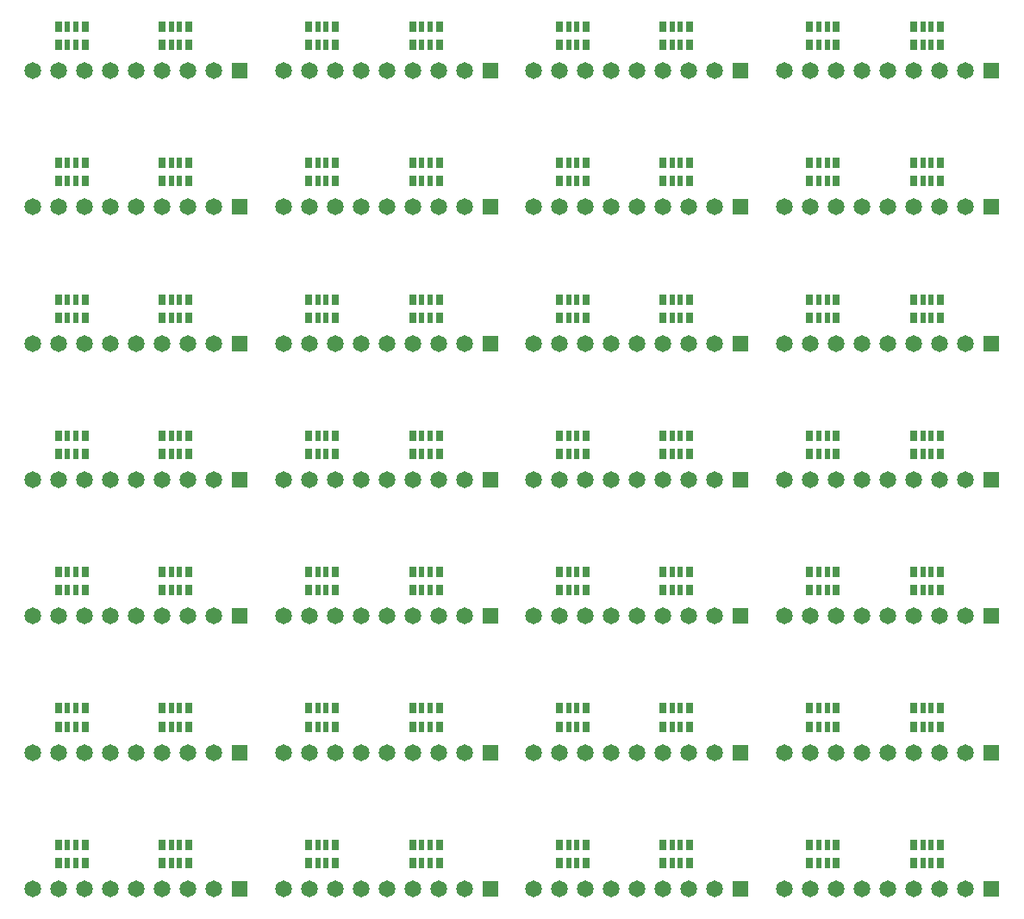
<source format=gbs>
G04 (created by PCBNEW (2013-03-08 BZR 3989)-testing) date Sat 09 Mar 2013 07:20:18 PM CET*
%MOIN*%
G04 Gerber Fmt 3.4, Leading zero omitted, Abs format*
%FSLAX34Y34*%
G01*
G70*
G90*
G04 APERTURE LIST*
%ADD10C,0.006*%
%ADD11R,0.0255906X0.0393701*%
%ADD12R,0.019685X0.0393701*%
%ADD13R,0.0649606X0.0649606*%
%ADD14C,0.0649606*%
G04 APERTURE END LIST*
G54D10*
G54D11*
X44419Y-29429D03*
G54D12*
X44055Y-29429D03*
X43740Y-29429D03*
G54D11*
X43375Y-29429D03*
X44419Y-30137D03*
G54D12*
X44055Y-30137D03*
X43740Y-30137D03*
G54D11*
X43375Y-30137D03*
X40403Y-29429D03*
G54D12*
X40039Y-29429D03*
X39724Y-29429D03*
G54D11*
X39360Y-29429D03*
X40403Y-30137D03*
G54D12*
X40039Y-30137D03*
X39724Y-30137D03*
G54D11*
X39360Y-30137D03*
G54D13*
X46377Y-31137D03*
G54D14*
X45377Y-31137D03*
X44377Y-31137D03*
X43377Y-31137D03*
X42377Y-31137D03*
X41377Y-31137D03*
X40377Y-31137D03*
X39377Y-31137D03*
X38377Y-31137D03*
G54D13*
X36692Y-31137D03*
G54D14*
X35692Y-31137D03*
X34692Y-31137D03*
X33692Y-31137D03*
X32692Y-31137D03*
X31692Y-31137D03*
X30692Y-31137D03*
X29692Y-31137D03*
X28692Y-31137D03*
G54D11*
X30718Y-29429D03*
G54D12*
X30354Y-29429D03*
X30039Y-29429D03*
G54D11*
X29675Y-29429D03*
X30718Y-30137D03*
G54D12*
X30354Y-30137D03*
X30039Y-30137D03*
G54D11*
X29675Y-30137D03*
X34734Y-29429D03*
G54D12*
X34370Y-29429D03*
X34055Y-29429D03*
G54D11*
X33690Y-29429D03*
X34734Y-30137D03*
G54D12*
X34370Y-30137D03*
X34055Y-30137D03*
G54D11*
X33690Y-30137D03*
X54104Y-29429D03*
G54D12*
X53740Y-29429D03*
X53425Y-29429D03*
G54D11*
X53061Y-29429D03*
X54104Y-30137D03*
G54D12*
X53740Y-30137D03*
X53425Y-30137D03*
G54D11*
X53061Y-30137D03*
X50088Y-29429D03*
G54D12*
X49724Y-29429D03*
X49409Y-29429D03*
G54D11*
X49045Y-29429D03*
X50088Y-30137D03*
G54D12*
X49724Y-30137D03*
X49409Y-30137D03*
G54D11*
X49045Y-30137D03*
G54D13*
X56062Y-31137D03*
G54D14*
X55062Y-31137D03*
X54062Y-31137D03*
X53062Y-31137D03*
X52062Y-31137D03*
X51062Y-31137D03*
X50062Y-31137D03*
X49062Y-31137D03*
X48062Y-31137D03*
G54D13*
X65748Y-31137D03*
G54D14*
X64748Y-31137D03*
X63748Y-31137D03*
X62748Y-31137D03*
X61748Y-31137D03*
X60748Y-31137D03*
X59748Y-31137D03*
X58748Y-31137D03*
X57748Y-31137D03*
G54D11*
X59773Y-29429D03*
G54D12*
X59409Y-29429D03*
X59094Y-29429D03*
G54D11*
X58730Y-29429D03*
X59773Y-30137D03*
G54D12*
X59409Y-30137D03*
X59094Y-30137D03*
G54D11*
X58730Y-30137D03*
X63789Y-29429D03*
G54D12*
X63425Y-29429D03*
X63110Y-29429D03*
G54D11*
X62746Y-29429D03*
X63789Y-30137D03*
G54D12*
X63425Y-30137D03*
X63110Y-30137D03*
G54D11*
X62746Y-30137D03*
X63789Y-34704D03*
G54D12*
X63425Y-34704D03*
X63110Y-34704D03*
G54D11*
X62746Y-34704D03*
X63789Y-35413D03*
G54D12*
X63425Y-35413D03*
X63110Y-35413D03*
G54D11*
X62746Y-35413D03*
X59773Y-34704D03*
G54D12*
X59409Y-34704D03*
X59094Y-34704D03*
G54D11*
X58730Y-34704D03*
X59773Y-35413D03*
G54D12*
X59409Y-35413D03*
X59094Y-35413D03*
G54D11*
X58730Y-35413D03*
G54D13*
X65748Y-36413D03*
G54D14*
X64748Y-36413D03*
X63748Y-36413D03*
X62748Y-36413D03*
X61748Y-36413D03*
X60748Y-36413D03*
X59748Y-36413D03*
X58748Y-36413D03*
X57748Y-36413D03*
G54D13*
X56062Y-36413D03*
G54D14*
X55062Y-36413D03*
X54062Y-36413D03*
X53062Y-36413D03*
X52062Y-36413D03*
X51062Y-36413D03*
X50062Y-36413D03*
X49062Y-36413D03*
X48062Y-36413D03*
G54D11*
X50088Y-34704D03*
G54D12*
X49724Y-34704D03*
X49409Y-34704D03*
G54D11*
X49045Y-34704D03*
X50088Y-35413D03*
G54D12*
X49724Y-35413D03*
X49409Y-35413D03*
G54D11*
X49045Y-35413D03*
X54104Y-34704D03*
G54D12*
X53740Y-34704D03*
X53425Y-34704D03*
G54D11*
X53061Y-34704D03*
X54104Y-35413D03*
G54D12*
X53740Y-35413D03*
X53425Y-35413D03*
G54D11*
X53061Y-35413D03*
X34734Y-34704D03*
G54D12*
X34370Y-34704D03*
X34055Y-34704D03*
G54D11*
X33690Y-34704D03*
X34734Y-35413D03*
G54D12*
X34370Y-35413D03*
X34055Y-35413D03*
G54D11*
X33690Y-35413D03*
X30718Y-34704D03*
G54D12*
X30354Y-34704D03*
X30039Y-34704D03*
G54D11*
X29675Y-34704D03*
X30718Y-35413D03*
G54D12*
X30354Y-35413D03*
X30039Y-35413D03*
G54D11*
X29675Y-35413D03*
G54D13*
X36692Y-36413D03*
G54D14*
X35692Y-36413D03*
X34692Y-36413D03*
X33692Y-36413D03*
X32692Y-36413D03*
X31692Y-36413D03*
X30692Y-36413D03*
X29692Y-36413D03*
X28692Y-36413D03*
G54D13*
X46377Y-36413D03*
G54D14*
X45377Y-36413D03*
X44377Y-36413D03*
X43377Y-36413D03*
X42377Y-36413D03*
X41377Y-36413D03*
X40377Y-36413D03*
X39377Y-36413D03*
X38377Y-36413D03*
G54D11*
X40403Y-34704D03*
G54D12*
X40039Y-34704D03*
X39724Y-34704D03*
G54D11*
X39360Y-34704D03*
X40403Y-35413D03*
G54D12*
X40039Y-35413D03*
X39724Y-35413D03*
G54D11*
X39360Y-35413D03*
X44419Y-34704D03*
G54D12*
X44055Y-34704D03*
X43740Y-34704D03*
G54D11*
X43375Y-34704D03*
X44419Y-35413D03*
G54D12*
X44055Y-35413D03*
X43740Y-35413D03*
G54D11*
X43375Y-35413D03*
X44419Y-24153D03*
G54D12*
X44055Y-24153D03*
X43740Y-24153D03*
G54D11*
X43375Y-24153D03*
X44419Y-24862D03*
G54D12*
X44055Y-24862D03*
X43740Y-24862D03*
G54D11*
X43375Y-24862D03*
X40403Y-24153D03*
G54D12*
X40039Y-24153D03*
X39724Y-24153D03*
G54D11*
X39360Y-24153D03*
X40403Y-24862D03*
G54D12*
X40039Y-24862D03*
X39724Y-24862D03*
G54D11*
X39360Y-24862D03*
G54D13*
X46377Y-25862D03*
G54D14*
X45377Y-25862D03*
X44377Y-25862D03*
X43377Y-25862D03*
X42377Y-25862D03*
X41377Y-25862D03*
X40377Y-25862D03*
X39377Y-25862D03*
X38377Y-25862D03*
G54D13*
X36692Y-25862D03*
G54D14*
X35692Y-25862D03*
X34692Y-25862D03*
X33692Y-25862D03*
X32692Y-25862D03*
X31692Y-25862D03*
X30692Y-25862D03*
X29692Y-25862D03*
X28692Y-25862D03*
G54D11*
X30718Y-24153D03*
G54D12*
X30354Y-24153D03*
X30039Y-24153D03*
G54D11*
X29675Y-24153D03*
X30718Y-24862D03*
G54D12*
X30354Y-24862D03*
X30039Y-24862D03*
G54D11*
X29675Y-24862D03*
X34734Y-24153D03*
G54D12*
X34370Y-24153D03*
X34055Y-24153D03*
G54D11*
X33690Y-24153D03*
X34734Y-24862D03*
G54D12*
X34370Y-24862D03*
X34055Y-24862D03*
G54D11*
X33690Y-24862D03*
X54104Y-24153D03*
G54D12*
X53740Y-24153D03*
X53425Y-24153D03*
G54D11*
X53061Y-24153D03*
X54104Y-24862D03*
G54D12*
X53740Y-24862D03*
X53425Y-24862D03*
G54D11*
X53061Y-24862D03*
X50088Y-24153D03*
G54D12*
X49724Y-24153D03*
X49409Y-24153D03*
G54D11*
X49045Y-24153D03*
X50088Y-24862D03*
G54D12*
X49724Y-24862D03*
X49409Y-24862D03*
G54D11*
X49045Y-24862D03*
G54D13*
X56062Y-25862D03*
G54D14*
X55062Y-25862D03*
X54062Y-25862D03*
X53062Y-25862D03*
X52062Y-25862D03*
X51062Y-25862D03*
X50062Y-25862D03*
X49062Y-25862D03*
X48062Y-25862D03*
G54D13*
X65748Y-25862D03*
G54D14*
X64748Y-25862D03*
X63748Y-25862D03*
X62748Y-25862D03*
X61748Y-25862D03*
X60748Y-25862D03*
X59748Y-25862D03*
X58748Y-25862D03*
X57748Y-25862D03*
G54D11*
X59773Y-24153D03*
G54D12*
X59409Y-24153D03*
X59094Y-24153D03*
G54D11*
X58730Y-24153D03*
X59773Y-24862D03*
G54D12*
X59409Y-24862D03*
X59094Y-24862D03*
G54D11*
X58730Y-24862D03*
X63789Y-24153D03*
G54D12*
X63425Y-24153D03*
X63110Y-24153D03*
G54D11*
X62746Y-24153D03*
X63789Y-24862D03*
G54D12*
X63425Y-24862D03*
X63110Y-24862D03*
G54D11*
X62746Y-24862D03*
X44419Y-39980D03*
G54D12*
X44055Y-39980D03*
X43740Y-39980D03*
G54D11*
X43375Y-39980D03*
X44419Y-40688D03*
G54D12*
X44055Y-40688D03*
X43740Y-40688D03*
G54D11*
X43375Y-40688D03*
X40403Y-39980D03*
G54D12*
X40039Y-39980D03*
X39724Y-39980D03*
G54D11*
X39360Y-39980D03*
X40403Y-40688D03*
G54D12*
X40039Y-40688D03*
X39724Y-40688D03*
G54D11*
X39360Y-40688D03*
G54D13*
X46377Y-41688D03*
G54D14*
X45377Y-41688D03*
X44377Y-41688D03*
X43377Y-41688D03*
X42377Y-41688D03*
X41377Y-41688D03*
X40377Y-41688D03*
X39377Y-41688D03*
X38377Y-41688D03*
G54D13*
X36692Y-41688D03*
G54D14*
X35692Y-41688D03*
X34692Y-41688D03*
X33692Y-41688D03*
X32692Y-41688D03*
X31692Y-41688D03*
X30692Y-41688D03*
X29692Y-41688D03*
X28692Y-41688D03*
G54D11*
X30718Y-39980D03*
G54D12*
X30354Y-39980D03*
X30039Y-39980D03*
G54D11*
X29675Y-39980D03*
X30718Y-40688D03*
G54D12*
X30354Y-40688D03*
X30039Y-40688D03*
G54D11*
X29675Y-40688D03*
X34734Y-39980D03*
G54D12*
X34370Y-39980D03*
X34055Y-39980D03*
G54D11*
X33690Y-39980D03*
X34734Y-40688D03*
G54D12*
X34370Y-40688D03*
X34055Y-40688D03*
G54D11*
X33690Y-40688D03*
X54104Y-39980D03*
G54D12*
X53740Y-39980D03*
X53425Y-39980D03*
G54D11*
X53061Y-39980D03*
X54104Y-40688D03*
G54D12*
X53740Y-40688D03*
X53425Y-40688D03*
G54D11*
X53061Y-40688D03*
X50088Y-39980D03*
G54D12*
X49724Y-39980D03*
X49409Y-39980D03*
G54D11*
X49045Y-39980D03*
X50088Y-40688D03*
G54D12*
X49724Y-40688D03*
X49409Y-40688D03*
G54D11*
X49045Y-40688D03*
G54D13*
X56062Y-41688D03*
G54D14*
X55062Y-41688D03*
X54062Y-41688D03*
X53062Y-41688D03*
X52062Y-41688D03*
X51062Y-41688D03*
X50062Y-41688D03*
X49062Y-41688D03*
X48062Y-41688D03*
G54D13*
X65748Y-41688D03*
G54D14*
X64748Y-41688D03*
X63748Y-41688D03*
X62748Y-41688D03*
X61748Y-41688D03*
X60748Y-41688D03*
X59748Y-41688D03*
X58748Y-41688D03*
X57748Y-41688D03*
G54D11*
X59773Y-39980D03*
G54D12*
X59409Y-39980D03*
X59094Y-39980D03*
G54D11*
X58730Y-39980D03*
X59773Y-40688D03*
G54D12*
X59409Y-40688D03*
X59094Y-40688D03*
G54D11*
X58730Y-40688D03*
X63789Y-39980D03*
G54D12*
X63425Y-39980D03*
X63110Y-39980D03*
G54D11*
X62746Y-39980D03*
X63789Y-40688D03*
G54D12*
X63425Y-40688D03*
X63110Y-40688D03*
G54D11*
X62746Y-40688D03*
X63789Y-45255D03*
G54D12*
X63425Y-45255D03*
X63110Y-45255D03*
G54D11*
X62746Y-45255D03*
X63789Y-45964D03*
G54D12*
X63425Y-45964D03*
X63110Y-45964D03*
G54D11*
X62746Y-45964D03*
X59773Y-45255D03*
G54D12*
X59409Y-45255D03*
X59094Y-45255D03*
G54D11*
X58730Y-45255D03*
X59773Y-45964D03*
G54D12*
X59409Y-45964D03*
X59094Y-45964D03*
G54D11*
X58730Y-45964D03*
G54D13*
X65748Y-46964D03*
G54D14*
X64748Y-46964D03*
X63748Y-46964D03*
X62748Y-46964D03*
X61748Y-46964D03*
X60748Y-46964D03*
X59748Y-46964D03*
X58748Y-46964D03*
X57748Y-46964D03*
G54D13*
X56062Y-46964D03*
G54D14*
X55062Y-46964D03*
X54062Y-46964D03*
X53062Y-46964D03*
X52062Y-46964D03*
X51062Y-46964D03*
X50062Y-46964D03*
X49062Y-46964D03*
X48062Y-46964D03*
G54D11*
X50088Y-45255D03*
G54D12*
X49724Y-45255D03*
X49409Y-45255D03*
G54D11*
X49045Y-45255D03*
X50088Y-45964D03*
G54D12*
X49724Y-45964D03*
X49409Y-45964D03*
G54D11*
X49045Y-45964D03*
X54104Y-45255D03*
G54D12*
X53740Y-45255D03*
X53425Y-45255D03*
G54D11*
X53061Y-45255D03*
X54104Y-45964D03*
G54D12*
X53740Y-45964D03*
X53425Y-45964D03*
G54D11*
X53061Y-45964D03*
X34734Y-45255D03*
G54D12*
X34370Y-45255D03*
X34055Y-45255D03*
G54D11*
X33690Y-45255D03*
X34734Y-45964D03*
G54D12*
X34370Y-45964D03*
X34055Y-45964D03*
G54D11*
X33690Y-45964D03*
X30718Y-45255D03*
G54D12*
X30354Y-45255D03*
X30039Y-45255D03*
G54D11*
X29675Y-45255D03*
X30718Y-45964D03*
G54D12*
X30354Y-45964D03*
X30039Y-45964D03*
G54D11*
X29675Y-45964D03*
G54D13*
X36692Y-46964D03*
G54D14*
X35692Y-46964D03*
X34692Y-46964D03*
X33692Y-46964D03*
X32692Y-46964D03*
X31692Y-46964D03*
X30692Y-46964D03*
X29692Y-46964D03*
X28692Y-46964D03*
G54D13*
X46377Y-46964D03*
G54D14*
X45377Y-46964D03*
X44377Y-46964D03*
X43377Y-46964D03*
X42377Y-46964D03*
X41377Y-46964D03*
X40377Y-46964D03*
X39377Y-46964D03*
X38377Y-46964D03*
G54D11*
X40403Y-45255D03*
G54D12*
X40039Y-45255D03*
X39724Y-45255D03*
G54D11*
X39360Y-45255D03*
X40403Y-45964D03*
G54D12*
X40039Y-45964D03*
X39724Y-45964D03*
G54D11*
X39360Y-45964D03*
X44419Y-45255D03*
G54D12*
X44055Y-45255D03*
X43740Y-45255D03*
G54D11*
X43375Y-45255D03*
X44419Y-45964D03*
G54D12*
X44055Y-45964D03*
X43740Y-45964D03*
G54D11*
X43375Y-45964D03*
X44419Y-55807D03*
G54D12*
X44055Y-55807D03*
X43740Y-55807D03*
G54D11*
X43375Y-55807D03*
X44419Y-56515D03*
G54D12*
X44055Y-56515D03*
X43740Y-56515D03*
G54D11*
X43375Y-56515D03*
X40403Y-55807D03*
G54D12*
X40039Y-55807D03*
X39724Y-55807D03*
G54D11*
X39360Y-55807D03*
X40403Y-56515D03*
G54D12*
X40039Y-56515D03*
X39724Y-56515D03*
G54D11*
X39360Y-56515D03*
G54D13*
X46377Y-57515D03*
G54D14*
X45377Y-57515D03*
X44377Y-57515D03*
X43377Y-57515D03*
X42377Y-57515D03*
X41377Y-57515D03*
X40377Y-57515D03*
X39377Y-57515D03*
X38377Y-57515D03*
G54D13*
X36692Y-57515D03*
G54D14*
X35692Y-57515D03*
X34692Y-57515D03*
X33692Y-57515D03*
X32692Y-57515D03*
X31692Y-57515D03*
X30692Y-57515D03*
X29692Y-57515D03*
X28692Y-57515D03*
G54D11*
X30718Y-55807D03*
G54D12*
X30354Y-55807D03*
X30039Y-55807D03*
G54D11*
X29675Y-55807D03*
X30718Y-56515D03*
G54D12*
X30354Y-56515D03*
X30039Y-56515D03*
G54D11*
X29675Y-56515D03*
X34734Y-55807D03*
G54D12*
X34370Y-55807D03*
X34055Y-55807D03*
G54D11*
X33690Y-55807D03*
X34734Y-56515D03*
G54D12*
X34370Y-56515D03*
X34055Y-56515D03*
G54D11*
X33690Y-56515D03*
X54104Y-55807D03*
G54D12*
X53740Y-55807D03*
X53425Y-55807D03*
G54D11*
X53061Y-55807D03*
X54104Y-56515D03*
G54D12*
X53740Y-56515D03*
X53425Y-56515D03*
G54D11*
X53061Y-56515D03*
X50088Y-55807D03*
G54D12*
X49724Y-55807D03*
X49409Y-55807D03*
G54D11*
X49045Y-55807D03*
X50088Y-56515D03*
G54D12*
X49724Y-56515D03*
X49409Y-56515D03*
G54D11*
X49045Y-56515D03*
G54D13*
X56062Y-57515D03*
G54D14*
X55062Y-57515D03*
X54062Y-57515D03*
X53062Y-57515D03*
X52062Y-57515D03*
X51062Y-57515D03*
X50062Y-57515D03*
X49062Y-57515D03*
X48062Y-57515D03*
G54D13*
X65748Y-57515D03*
G54D14*
X64748Y-57515D03*
X63748Y-57515D03*
X62748Y-57515D03*
X61748Y-57515D03*
X60748Y-57515D03*
X59748Y-57515D03*
X58748Y-57515D03*
X57748Y-57515D03*
G54D11*
X59773Y-55807D03*
G54D12*
X59409Y-55807D03*
X59094Y-55807D03*
G54D11*
X58730Y-55807D03*
X59773Y-56515D03*
G54D12*
X59409Y-56515D03*
X59094Y-56515D03*
G54D11*
X58730Y-56515D03*
X63789Y-55807D03*
G54D12*
X63425Y-55807D03*
X63110Y-55807D03*
G54D11*
X62746Y-55807D03*
X63789Y-56515D03*
G54D12*
X63425Y-56515D03*
X63110Y-56515D03*
G54D11*
X62746Y-56515D03*
X63789Y-50531D03*
G54D12*
X63425Y-50531D03*
X63110Y-50531D03*
G54D11*
X62746Y-50531D03*
X63789Y-51240D03*
G54D12*
X63425Y-51240D03*
X63110Y-51240D03*
G54D11*
X62746Y-51240D03*
X59773Y-50531D03*
G54D12*
X59409Y-50531D03*
X59094Y-50531D03*
G54D11*
X58730Y-50531D03*
X59773Y-51240D03*
G54D12*
X59409Y-51240D03*
X59094Y-51240D03*
G54D11*
X58730Y-51240D03*
G54D13*
X65748Y-52240D03*
G54D14*
X64748Y-52240D03*
X63748Y-52240D03*
X62748Y-52240D03*
X61748Y-52240D03*
X60748Y-52240D03*
X59748Y-52240D03*
X58748Y-52240D03*
X57748Y-52240D03*
G54D13*
X56062Y-52240D03*
G54D14*
X55062Y-52240D03*
X54062Y-52240D03*
X53062Y-52240D03*
X52062Y-52240D03*
X51062Y-52240D03*
X50062Y-52240D03*
X49062Y-52240D03*
X48062Y-52240D03*
G54D11*
X50088Y-50531D03*
G54D12*
X49724Y-50531D03*
X49409Y-50531D03*
G54D11*
X49045Y-50531D03*
X50088Y-51240D03*
G54D12*
X49724Y-51240D03*
X49409Y-51240D03*
G54D11*
X49045Y-51240D03*
X54104Y-50531D03*
G54D12*
X53740Y-50531D03*
X53425Y-50531D03*
G54D11*
X53061Y-50531D03*
X54104Y-51240D03*
G54D12*
X53740Y-51240D03*
X53425Y-51240D03*
G54D11*
X53061Y-51240D03*
X34734Y-50531D03*
G54D12*
X34370Y-50531D03*
X34055Y-50531D03*
G54D11*
X33690Y-50531D03*
X34734Y-51240D03*
G54D12*
X34370Y-51240D03*
X34055Y-51240D03*
G54D11*
X33690Y-51240D03*
X30718Y-50531D03*
G54D12*
X30354Y-50531D03*
X30039Y-50531D03*
G54D11*
X29675Y-50531D03*
X30718Y-51240D03*
G54D12*
X30354Y-51240D03*
X30039Y-51240D03*
G54D11*
X29675Y-51240D03*
G54D13*
X36692Y-52240D03*
G54D14*
X35692Y-52240D03*
X34692Y-52240D03*
X33692Y-52240D03*
X32692Y-52240D03*
X31692Y-52240D03*
X30692Y-52240D03*
X29692Y-52240D03*
X28692Y-52240D03*
G54D13*
X46377Y-52240D03*
G54D14*
X45377Y-52240D03*
X44377Y-52240D03*
X43377Y-52240D03*
X42377Y-52240D03*
X41377Y-52240D03*
X40377Y-52240D03*
X39377Y-52240D03*
X38377Y-52240D03*
G54D11*
X40403Y-50531D03*
G54D12*
X40039Y-50531D03*
X39724Y-50531D03*
G54D11*
X39360Y-50531D03*
X40403Y-51240D03*
G54D12*
X40039Y-51240D03*
X39724Y-51240D03*
G54D11*
X39360Y-51240D03*
X44419Y-50531D03*
G54D12*
X44055Y-50531D03*
X43740Y-50531D03*
G54D11*
X43375Y-50531D03*
X44419Y-51240D03*
G54D12*
X44055Y-51240D03*
X43740Y-51240D03*
G54D11*
X43375Y-51240D03*
M02*

</source>
